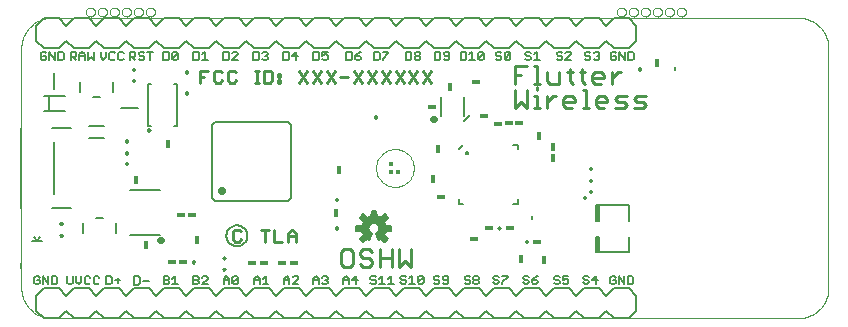
<source format=gto>
G75*
%MOIN*%
%OFA0B0*%
%FSLAX24Y24*%
%IPPOS*%
%LPD*%
%AMOC8*
5,1,8,0,0,1.08239X$1,22.5*
%
%ADD10C,0.0000*%
%ADD11R,0.0010X0.0010*%
%ADD12C,0.0110*%
%ADD13C,0.0050*%
%ADD14C,0.0100*%
%ADD15R,0.0280X0.0118*%
%ADD16R,0.0118X0.0280*%
%ADD17R,0.0100X0.0118*%
%ADD18C,0.0240*%
%ADD19C,0.0080*%
%ADD20C,0.0278*%
%ADD21C,0.0059*%
%ADD22R,0.0157X0.0157*%
D10*
X008945Y004015D02*
X008945Y012015D01*
X008947Y012075D01*
X008952Y012136D01*
X008961Y012195D01*
X008974Y012254D01*
X008990Y012313D01*
X009010Y012370D01*
X009033Y012425D01*
X009060Y012480D01*
X009089Y012532D01*
X009122Y012583D01*
X009158Y012632D01*
X009196Y012678D01*
X009238Y012722D01*
X009282Y012764D01*
X009328Y012802D01*
X009377Y012838D01*
X009428Y012871D01*
X009480Y012900D01*
X009535Y012927D01*
X009590Y012950D01*
X009647Y012970D01*
X009706Y012986D01*
X009765Y012999D01*
X009824Y013008D01*
X009885Y013013D01*
X009945Y013015D01*
X034845Y013015D01*
X034905Y013013D01*
X034966Y013008D01*
X035025Y012999D01*
X035084Y012986D01*
X035143Y012970D01*
X035200Y012950D01*
X035255Y012927D01*
X035310Y012900D01*
X035362Y012871D01*
X035413Y012838D01*
X035462Y012802D01*
X035508Y012764D01*
X035552Y012722D01*
X035594Y012678D01*
X035632Y012632D01*
X035668Y012583D01*
X035701Y012532D01*
X035730Y012480D01*
X035757Y012425D01*
X035780Y012370D01*
X035800Y012313D01*
X035816Y012254D01*
X035829Y012195D01*
X035838Y012136D01*
X035843Y012075D01*
X035845Y012015D01*
X035845Y004015D01*
X035843Y003955D01*
X035838Y003894D01*
X035829Y003835D01*
X035816Y003776D01*
X035800Y003717D01*
X035780Y003660D01*
X035757Y003605D01*
X035730Y003550D01*
X035701Y003498D01*
X035668Y003447D01*
X035632Y003398D01*
X035594Y003352D01*
X035552Y003308D01*
X035508Y003266D01*
X035462Y003228D01*
X035413Y003192D01*
X035362Y003159D01*
X035310Y003130D01*
X035255Y003103D01*
X035200Y003080D01*
X035143Y003060D01*
X035084Y003044D01*
X035025Y003031D01*
X034966Y003022D01*
X034905Y003017D01*
X034845Y003015D01*
X009945Y003015D01*
X009885Y003017D01*
X009824Y003022D01*
X009765Y003031D01*
X009706Y003044D01*
X009647Y003060D01*
X009590Y003080D01*
X009535Y003103D01*
X009480Y003130D01*
X009428Y003159D01*
X009377Y003192D01*
X009328Y003228D01*
X009282Y003266D01*
X009238Y003308D01*
X009196Y003352D01*
X009158Y003398D01*
X009122Y003447D01*
X009089Y003498D01*
X009060Y003550D01*
X009033Y003605D01*
X009010Y003660D01*
X008990Y003717D01*
X008974Y003776D01*
X008961Y003835D01*
X008952Y003894D01*
X008947Y003955D01*
X008945Y004015D01*
X020765Y008015D02*
X020767Y008065D01*
X020773Y008115D01*
X020783Y008164D01*
X020797Y008212D01*
X020814Y008259D01*
X020835Y008304D01*
X020860Y008348D01*
X020888Y008389D01*
X020920Y008428D01*
X020954Y008465D01*
X020991Y008499D01*
X021031Y008529D01*
X021073Y008556D01*
X021117Y008580D01*
X021163Y008601D01*
X021210Y008617D01*
X021258Y008630D01*
X021308Y008639D01*
X021357Y008644D01*
X021408Y008645D01*
X021458Y008642D01*
X021507Y008635D01*
X021556Y008624D01*
X021604Y008609D01*
X021650Y008591D01*
X021695Y008569D01*
X021738Y008543D01*
X021779Y008514D01*
X021818Y008482D01*
X021854Y008447D01*
X021886Y008409D01*
X021916Y008369D01*
X021943Y008326D01*
X021966Y008282D01*
X021985Y008236D01*
X022001Y008188D01*
X022013Y008139D01*
X022021Y008090D01*
X022025Y008040D01*
X022025Y007990D01*
X022021Y007940D01*
X022013Y007891D01*
X022001Y007842D01*
X021985Y007794D01*
X021966Y007748D01*
X021943Y007704D01*
X021916Y007661D01*
X021886Y007621D01*
X021854Y007583D01*
X021818Y007548D01*
X021779Y007516D01*
X021738Y007487D01*
X021695Y007461D01*
X021650Y007439D01*
X021604Y007421D01*
X021556Y007406D01*
X021507Y007395D01*
X021458Y007388D01*
X021408Y007385D01*
X021357Y007386D01*
X021308Y007391D01*
X021258Y007400D01*
X021210Y007413D01*
X021163Y007429D01*
X021117Y007450D01*
X021073Y007474D01*
X021031Y007501D01*
X020991Y007531D01*
X020954Y007565D01*
X020920Y007602D01*
X020888Y007641D01*
X020860Y007682D01*
X020835Y007726D01*
X020814Y007771D01*
X020797Y007818D01*
X020783Y007866D01*
X020773Y007915D01*
X020767Y007965D01*
X020765Y008015D01*
X013095Y013215D02*
X013097Y013239D01*
X013103Y013263D01*
X013112Y013285D01*
X013125Y013305D01*
X013141Y013323D01*
X013160Y013338D01*
X013181Y013351D01*
X013203Y013359D01*
X013227Y013364D01*
X013251Y013365D01*
X013275Y013362D01*
X013298Y013355D01*
X013320Y013345D01*
X013340Y013331D01*
X013357Y013314D01*
X013372Y013295D01*
X013383Y013274D01*
X013391Y013251D01*
X013395Y013227D01*
X013395Y013203D01*
X013391Y013179D01*
X013383Y013156D01*
X013372Y013135D01*
X013357Y013116D01*
X013340Y013099D01*
X013320Y013085D01*
X013298Y013075D01*
X013275Y013068D01*
X013251Y013065D01*
X013227Y013066D01*
X013203Y013071D01*
X013181Y013079D01*
X013160Y013092D01*
X013141Y013107D01*
X013125Y013125D01*
X013112Y013145D01*
X013103Y013167D01*
X013097Y013191D01*
X013095Y013215D01*
X012695Y013215D02*
X012697Y013239D01*
X012703Y013263D01*
X012712Y013285D01*
X012725Y013305D01*
X012741Y013323D01*
X012760Y013338D01*
X012781Y013351D01*
X012803Y013359D01*
X012827Y013364D01*
X012851Y013365D01*
X012875Y013362D01*
X012898Y013355D01*
X012920Y013345D01*
X012940Y013331D01*
X012957Y013314D01*
X012972Y013295D01*
X012983Y013274D01*
X012991Y013251D01*
X012995Y013227D01*
X012995Y013203D01*
X012991Y013179D01*
X012983Y013156D01*
X012972Y013135D01*
X012957Y013116D01*
X012940Y013099D01*
X012920Y013085D01*
X012898Y013075D01*
X012875Y013068D01*
X012851Y013065D01*
X012827Y013066D01*
X012803Y013071D01*
X012781Y013079D01*
X012760Y013092D01*
X012741Y013107D01*
X012725Y013125D01*
X012712Y013145D01*
X012703Y013167D01*
X012697Y013191D01*
X012695Y013215D01*
X012295Y013215D02*
X012297Y013239D01*
X012303Y013263D01*
X012312Y013285D01*
X012325Y013305D01*
X012341Y013323D01*
X012360Y013338D01*
X012381Y013351D01*
X012403Y013359D01*
X012427Y013364D01*
X012451Y013365D01*
X012475Y013362D01*
X012498Y013355D01*
X012520Y013345D01*
X012540Y013331D01*
X012557Y013314D01*
X012572Y013295D01*
X012583Y013274D01*
X012591Y013251D01*
X012595Y013227D01*
X012595Y013203D01*
X012591Y013179D01*
X012583Y013156D01*
X012572Y013135D01*
X012557Y013116D01*
X012540Y013099D01*
X012520Y013085D01*
X012498Y013075D01*
X012475Y013068D01*
X012451Y013065D01*
X012427Y013066D01*
X012403Y013071D01*
X012381Y013079D01*
X012360Y013092D01*
X012341Y013107D01*
X012325Y013125D01*
X012312Y013145D01*
X012303Y013167D01*
X012297Y013191D01*
X012295Y013215D01*
X011895Y013215D02*
X011897Y013239D01*
X011903Y013263D01*
X011912Y013285D01*
X011925Y013305D01*
X011941Y013323D01*
X011960Y013338D01*
X011981Y013351D01*
X012003Y013359D01*
X012027Y013364D01*
X012051Y013365D01*
X012075Y013362D01*
X012098Y013355D01*
X012120Y013345D01*
X012140Y013331D01*
X012157Y013314D01*
X012172Y013295D01*
X012183Y013274D01*
X012191Y013251D01*
X012195Y013227D01*
X012195Y013203D01*
X012191Y013179D01*
X012183Y013156D01*
X012172Y013135D01*
X012157Y013116D01*
X012140Y013099D01*
X012120Y013085D01*
X012098Y013075D01*
X012075Y013068D01*
X012051Y013065D01*
X012027Y013066D01*
X012003Y013071D01*
X011981Y013079D01*
X011960Y013092D01*
X011941Y013107D01*
X011925Y013125D01*
X011912Y013145D01*
X011903Y013167D01*
X011897Y013191D01*
X011895Y013215D01*
X011495Y013215D02*
X011497Y013239D01*
X011503Y013263D01*
X011512Y013285D01*
X011525Y013305D01*
X011541Y013323D01*
X011560Y013338D01*
X011581Y013351D01*
X011603Y013359D01*
X011627Y013364D01*
X011651Y013365D01*
X011675Y013362D01*
X011698Y013355D01*
X011720Y013345D01*
X011740Y013331D01*
X011757Y013314D01*
X011772Y013295D01*
X011783Y013274D01*
X011791Y013251D01*
X011795Y013227D01*
X011795Y013203D01*
X011791Y013179D01*
X011783Y013156D01*
X011772Y013135D01*
X011757Y013116D01*
X011740Y013099D01*
X011720Y013085D01*
X011698Y013075D01*
X011675Y013068D01*
X011651Y013065D01*
X011627Y013066D01*
X011603Y013071D01*
X011581Y013079D01*
X011560Y013092D01*
X011541Y013107D01*
X011525Y013125D01*
X011512Y013145D01*
X011503Y013167D01*
X011497Y013191D01*
X011495Y013215D01*
X011095Y013215D02*
X011097Y013239D01*
X011103Y013263D01*
X011112Y013285D01*
X011125Y013305D01*
X011141Y013323D01*
X011160Y013338D01*
X011181Y013351D01*
X011203Y013359D01*
X011227Y013364D01*
X011251Y013365D01*
X011275Y013362D01*
X011298Y013355D01*
X011320Y013345D01*
X011340Y013331D01*
X011357Y013314D01*
X011372Y013295D01*
X011383Y013274D01*
X011391Y013251D01*
X011395Y013227D01*
X011395Y013203D01*
X011391Y013179D01*
X011383Y013156D01*
X011372Y013135D01*
X011357Y013116D01*
X011340Y013099D01*
X011320Y013085D01*
X011298Y013075D01*
X011275Y013068D01*
X011251Y013065D01*
X011227Y013066D01*
X011203Y013071D01*
X011181Y013079D01*
X011160Y013092D01*
X011141Y013107D01*
X011125Y013125D01*
X011112Y013145D01*
X011103Y013167D01*
X011097Y013191D01*
X011095Y013215D01*
X028795Y013215D02*
X028797Y013239D01*
X028803Y013263D01*
X028812Y013285D01*
X028825Y013305D01*
X028841Y013323D01*
X028860Y013338D01*
X028881Y013351D01*
X028903Y013359D01*
X028927Y013364D01*
X028951Y013365D01*
X028975Y013362D01*
X028998Y013355D01*
X029020Y013345D01*
X029040Y013331D01*
X029057Y013314D01*
X029072Y013295D01*
X029083Y013274D01*
X029091Y013251D01*
X029095Y013227D01*
X029095Y013203D01*
X029091Y013179D01*
X029083Y013156D01*
X029072Y013135D01*
X029057Y013116D01*
X029040Y013099D01*
X029020Y013085D01*
X028998Y013075D01*
X028975Y013068D01*
X028951Y013065D01*
X028927Y013066D01*
X028903Y013071D01*
X028881Y013079D01*
X028860Y013092D01*
X028841Y013107D01*
X028825Y013125D01*
X028812Y013145D01*
X028803Y013167D01*
X028797Y013191D01*
X028795Y013215D01*
X029195Y013215D02*
X029197Y013239D01*
X029203Y013263D01*
X029212Y013285D01*
X029225Y013305D01*
X029241Y013323D01*
X029260Y013338D01*
X029281Y013351D01*
X029303Y013359D01*
X029327Y013364D01*
X029351Y013365D01*
X029375Y013362D01*
X029398Y013355D01*
X029420Y013345D01*
X029440Y013331D01*
X029457Y013314D01*
X029472Y013295D01*
X029483Y013274D01*
X029491Y013251D01*
X029495Y013227D01*
X029495Y013203D01*
X029491Y013179D01*
X029483Y013156D01*
X029472Y013135D01*
X029457Y013116D01*
X029440Y013099D01*
X029420Y013085D01*
X029398Y013075D01*
X029375Y013068D01*
X029351Y013065D01*
X029327Y013066D01*
X029303Y013071D01*
X029281Y013079D01*
X029260Y013092D01*
X029241Y013107D01*
X029225Y013125D01*
X029212Y013145D01*
X029203Y013167D01*
X029197Y013191D01*
X029195Y013215D01*
X029595Y013215D02*
X029597Y013239D01*
X029603Y013263D01*
X029612Y013285D01*
X029625Y013305D01*
X029641Y013323D01*
X029660Y013338D01*
X029681Y013351D01*
X029703Y013359D01*
X029727Y013364D01*
X029751Y013365D01*
X029775Y013362D01*
X029798Y013355D01*
X029820Y013345D01*
X029840Y013331D01*
X029857Y013314D01*
X029872Y013295D01*
X029883Y013274D01*
X029891Y013251D01*
X029895Y013227D01*
X029895Y013203D01*
X029891Y013179D01*
X029883Y013156D01*
X029872Y013135D01*
X029857Y013116D01*
X029840Y013099D01*
X029820Y013085D01*
X029798Y013075D01*
X029775Y013068D01*
X029751Y013065D01*
X029727Y013066D01*
X029703Y013071D01*
X029681Y013079D01*
X029660Y013092D01*
X029641Y013107D01*
X029625Y013125D01*
X029612Y013145D01*
X029603Y013167D01*
X029597Y013191D01*
X029595Y013215D01*
X029995Y013215D02*
X029997Y013239D01*
X030003Y013263D01*
X030012Y013285D01*
X030025Y013305D01*
X030041Y013323D01*
X030060Y013338D01*
X030081Y013351D01*
X030103Y013359D01*
X030127Y013364D01*
X030151Y013365D01*
X030175Y013362D01*
X030198Y013355D01*
X030220Y013345D01*
X030240Y013331D01*
X030257Y013314D01*
X030272Y013295D01*
X030283Y013274D01*
X030291Y013251D01*
X030295Y013227D01*
X030295Y013203D01*
X030291Y013179D01*
X030283Y013156D01*
X030272Y013135D01*
X030257Y013116D01*
X030240Y013099D01*
X030220Y013085D01*
X030198Y013075D01*
X030175Y013068D01*
X030151Y013065D01*
X030127Y013066D01*
X030103Y013071D01*
X030081Y013079D01*
X030060Y013092D01*
X030041Y013107D01*
X030025Y013125D01*
X030012Y013145D01*
X030003Y013167D01*
X029997Y013191D01*
X029995Y013215D01*
X030395Y013215D02*
X030397Y013239D01*
X030403Y013263D01*
X030412Y013285D01*
X030425Y013305D01*
X030441Y013323D01*
X030460Y013338D01*
X030481Y013351D01*
X030503Y013359D01*
X030527Y013364D01*
X030551Y013365D01*
X030575Y013362D01*
X030598Y013355D01*
X030620Y013345D01*
X030640Y013331D01*
X030657Y013314D01*
X030672Y013295D01*
X030683Y013274D01*
X030691Y013251D01*
X030695Y013227D01*
X030695Y013203D01*
X030691Y013179D01*
X030683Y013156D01*
X030672Y013135D01*
X030657Y013116D01*
X030640Y013099D01*
X030620Y013085D01*
X030598Y013075D01*
X030575Y013068D01*
X030551Y013065D01*
X030527Y013066D01*
X030503Y013071D01*
X030481Y013079D01*
X030460Y013092D01*
X030441Y013107D01*
X030425Y013125D01*
X030412Y013145D01*
X030403Y013167D01*
X030397Y013191D01*
X030395Y013215D01*
X030795Y013215D02*
X030797Y013239D01*
X030803Y013263D01*
X030812Y013285D01*
X030825Y013305D01*
X030841Y013323D01*
X030860Y013338D01*
X030881Y013351D01*
X030903Y013359D01*
X030927Y013364D01*
X030951Y013365D01*
X030975Y013362D01*
X030998Y013355D01*
X031020Y013345D01*
X031040Y013331D01*
X031057Y013314D01*
X031072Y013295D01*
X031083Y013274D01*
X031091Y013251D01*
X031095Y013227D01*
X031095Y013203D01*
X031091Y013179D01*
X031083Y013156D01*
X031072Y013135D01*
X031057Y013116D01*
X031040Y013099D01*
X031020Y013085D01*
X030998Y013075D01*
X030975Y013068D01*
X030951Y013065D01*
X030927Y013066D01*
X030903Y013071D01*
X030881Y013079D01*
X030860Y013092D01*
X030841Y013107D01*
X030825Y013125D01*
X030812Y013145D01*
X030803Y013167D01*
X030797Y013191D01*
X030795Y013215D01*
D11*
X008940Y004800D03*
X008940Y004790D03*
X008940Y004780D03*
X008940Y004770D03*
X008940Y004760D03*
X008940Y004750D03*
X008940Y004740D03*
X008940Y004730D03*
X008940Y004720D03*
X008940Y004710D03*
X008940Y004700D03*
X008940Y004690D03*
X008940Y004680D03*
X008940Y004670D03*
X008940Y004660D03*
X008940Y004650D03*
D12*
X019600Y004818D02*
X019698Y004720D01*
X019895Y004720D01*
X019993Y004818D01*
X019993Y005212D01*
X019895Y005311D01*
X019698Y005311D01*
X019600Y005212D01*
X019600Y004818D01*
X020244Y004818D02*
X020343Y004720D01*
X020540Y004720D01*
X020638Y004818D01*
X020638Y004917D01*
X020540Y005015D01*
X020343Y005015D01*
X020244Y005114D01*
X020244Y005212D01*
X020343Y005311D01*
X020540Y005311D01*
X020638Y005212D01*
X020889Y005311D02*
X020889Y004720D01*
X020889Y005015D02*
X021283Y005015D01*
X021283Y004720D02*
X021283Y005311D01*
X021533Y005311D02*
X021533Y004720D01*
X021730Y004917D01*
X021927Y004720D01*
X021927Y005311D01*
X025400Y010020D02*
X025597Y010217D01*
X025793Y010020D01*
X025793Y010611D01*
X026044Y010414D02*
X026143Y010414D01*
X026143Y010020D01*
X026241Y010020D02*
X026044Y010020D01*
X026474Y010020D02*
X026474Y010414D01*
X026671Y010414D02*
X026769Y010414D01*
X026671Y010414D02*
X026474Y010217D01*
X027011Y010217D02*
X027405Y010217D01*
X027405Y010315D01*
X027306Y010414D01*
X027110Y010414D01*
X027011Y010315D01*
X027011Y010118D01*
X027110Y010020D01*
X027306Y010020D01*
X027656Y010020D02*
X027853Y010020D01*
X027754Y010020D02*
X027754Y010611D01*
X027656Y010611D01*
X027745Y010820D02*
X027647Y010918D01*
X027647Y011312D01*
X027745Y011214D02*
X027548Y011214D01*
X027315Y011214D02*
X027119Y011214D01*
X027217Y011312D02*
X027217Y010918D01*
X027315Y010820D01*
X026868Y010820D02*
X026868Y011214D01*
X026474Y011214D02*
X026474Y010918D01*
X026572Y010820D01*
X026868Y010820D01*
X026241Y010820D02*
X026044Y010820D01*
X026143Y010820D02*
X026143Y011411D01*
X026044Y011411D01*
X025793Y011411D02*
X025400Y011411D01*
X025400Y010820D01*
X025400Y010611D02*
X025400Y010020D01*
X026143Y010611D02*
X026143Y010709D01*
X025597Y011115D02*
X025400Y011115D01*
X027978Y011115D02*
X027978Y010918D01*
X028076Y010820D01*
X028273Y010820D01*
X028372Y011017D02*
X027978Y011017D01*
X027978Y011115D02*
X028076Y011214D01*
X028273Y011214D01*
X028372Y011115D01*
X028372Y011017D01*
X028623Y011017D02*
X028819Y011214D01*
X028918Y011214D01*
X028623Y011214D02*
X028623Y010820D01*
X028828Y010414D02*
X029124Y010414D01*
X029025Y010217D02*
X028828Y010217D01*
X028730Y010315D01*
X028828Y010414D01*
X029025Y010217D02*
X029124Y010118D01*
X029025Y010020D01*
X028730Y010020D01*
X028479Y010217D02*
X028085Y010217D01*
X028085Y010315D02*
X028184Y010414D01*
X028381Y010414D01*
X028479Y010315D01*
X028479Y010217D01*
X028381Y010020D02*
X028184Y010020D01*
X028085Y010118D01*
X028085Y010315D01*
X029375Y010315D02*
X029473Y010414D01*
X029768Y010414D01*
X029670Y010217D02*
X029473Y010217D01*
X029375Y010315D01*
X029375Y010020D02*
X029670Y010020D01*
X029768Y010118D01*
X029670Y010217D01*
D13*
X029310Y011620D02*
X029355Y011665D01*
X029355Y011845D01*
X029310Y011890D01*
X029175Y011890D01*
X029175Y011620D01*
X029310Y011620D01*
X029061Y011620D02*
X029061Y011890D01*
X028881Y011890D02*
X029061Y011620D01*
X028881Y011620D02*
X028881Y011890D01*
X028766Y011845D02*
X028721Y011890D01*
X028631Y011890D01*
X028586Y011845D01*
X028586Y011665D01*
X028631Y011620D01*
X028721Y011620D01*
X028766Y011665D01*
X028766Y011755D01*
X028676Y011755D01*
X028209Y011790D02*
X028209Y011835D01*
X028164Y011880D01*
X028074Y011880D01*
X028029Y011835D01*
X027914Y011835D02*
X027869Y011880D01*
X027779Y011880D01*
X027734Y011835D01*
X027734Y011790D01*
X027779Y011745D01*
X027869Y011745D01*
X027914Y011700D01*
X027914Y011655D01*
X027869Y011610D01*
X027779Y011610D01*
X027734Y011655D01*
X028029Y011655D02*
X028074Y011610D01*
X028164Y011610D01*
X028209Y011655D01*
X028209Y011700D01*
X028164Y011745D01*
X028119Y011745D01*
X028164Y011745D02*
X028209Y011790D01*
X027261Y011800D02*
X027261Y011845D01*
X027216Y011890D01*
X027126Y011890D01*
X027081Y011845D01*
X026966Y011845D02*
X026921Y011890D01*
X026831Y011890D01*
X026786Y011845D01*
X026786Y011800D01*
X026831Y011755D01*
X026921Y011755D01*
X026966Y011710D01*
X026966Y011665D01*
X026921Y011620D01*
X026831Y011620D01*
X026786Y011665D01*
X027081Y011620D02*
X027261Y011800D01*
X027261Y011620D02*
X027081Y011620D01*
X026219Y011620D02*
X026039Y011620D01*
X026129Y011620D02*
X026129Y011890D01*
X026039Y011800D01*
X025925Y011845D02*
X025880Y011890D01*
X025789Y011890D01*
X025744Y011845D01*
X025744Y011800D01*
X025789Y011755D01*
X025880Y011755D01*
X025925Y011710D01*
X025925Y011665D01*
X025880Y011620D01*
X025789Y011620D01*
X025744Y011665D01*
X025229Y011658D02*
X025229Y011838D01*
X025049Y011658D01*
X025094Y011613D01*
X025184Y011613D01*
X025229Y011658D01*
X025049Y011658D02*
X025049Y011838D01*
X025094Y011883D01*
X025184Y011883D01*
X025229Y011838D01*
X024935Y011838D02*
X024890Y011883D01*
X024800Y011883D01*
X024755Y011838D01*
X024755Y011793D01*
X024800Y011748D01*
X024890Y011748D01*
X024935Y011703D01*
X024935Y011658D01*
X024890Y011613D01*
X024800Y011613D01*
X024755Y011658D01*
X024355Y011665D02*
X024355Y011845D01*
X024175Y011665D01*
X024220Y011620D01*
X024310Y011620D01*
X024355Y011665D01*
X024175Y011665D02*
X024175Y011845D01*
X024220Y011890D01*
X024310Y011890D01*
X024355Y011845D01*
X024061Y011620D02*
X023881Y011620D01*
X023971Y011620D02*
X023971Y011890D01*
X023881Y011800D01*
X023766Y011845D02*
X023766Y011665D01*
X023721Y011620D01*
X023586Y011620D01*
X023586Y011890D01*
X023721Y011890D01*
X023766Y011845D01*
X023209Y011845D02*
X023209Y011665D01*
X023164Y011620D01*
X023074Y011620D01*
X023029Y011665D01*
X023074Y011755D02*
X023209Y011755D01*
X023209Y011845D02*
X023164Y011890D01*
X023074Y011890D01*
X023029Y011845D01*
X023029Y011800D01*
X023074Y011755D01*
X022914Y011665D02*
X022914Y011845D01*
X022869Y011890D01*
X022734Y011890D01*
X022734Y011620D01*
X022869Y011620D01*
X022914Y011665D01*
X022239Y011665D02*
X022194Y011620D01*
X022104Y011620D01*
X022059Y011665D01*
X022059Y011710D01*
X022104Y011755D01*
X022194Y011755D01*
X022239Y011710D01*
X022239Y011665D01*
X022194Y011755D02*
X022239Y011800D01*
X022239Y011845D01*
X022194Y011890D01*
X022104Y011890D01*
X022059Y011845D01*
X022059Y011800D01*
X022104Y011755D01*
X021944Y011665D02*
X021944Y011845D01*
X021899Y011890D01*
X021764Y011890D01*
X021764Y011620D01*
X021899Y011620D01*
X021944Y011665D01*
X021176Y011845D02*
X020996Y011665D01*
X020996Y011620D01*
X020882Y011665D02*
X020882Y011845D01*
X020837Y011890D01*
X020701Y011890D01*
X020701Y011620D01*
X020837Y011620D01*
X020882Y011665D01*
X020996Y011890D02*
X021176Y011890D01*
X021176Y011845D01*
X020255Y011890D02*
X020165Y011845D01*
X020075Y011755D01*
X020210Y011755D01*
X020255Y011710D01*
X020255Y011665D01*
X020210Y011620D01*
X020120Y011620D01*
X020075Y011665D01*
X020075Y011755D01*
X019961Y011665D02*
X019961Y011845D01*
X019916Y011890D01*
X019781Y011890D01*
X019781Y011620D01*
X019916Y011620D01*
X019961Y011665D01*
X019155Y011665D02*
X019110Y011620D01*
X019020Y011620D01*
X018975Y011665D01*
X018975Y011755D02*
X019065Y011800D01*
X019110Y011800D01*
X019155Y011755D01*
X019155Y011665D01*
X018975Y011755D02*
X018975Y011890D01*
X019155Y011890D01*
X018861Y011845D02*
X018816Y011890D01*
X018681Y011890D01*
X018681Y011620D01*
X018816Y011620D01*
X018861Y011665D01*
X018861Y011845D01*
X018155Y011755D02*
X017975Y011755D01*
X018110Y011890D01*
X018110Y011620D01*
X017861Y011665D02*
X017861Y011845D01*
X017816Y011890D01*
X017681Y011890D01*
X017681Y011620D01*
X017816Y011620D01*
X017861Y011665D01*
X017155Y011665D02*
X017110Y011620D01*
X017020Y011620D01*
X016975Y011665D01*
X016861Y011665D02*
X016861Y011845D01*
X016816Y011890D01*
X016681Y011890D01*
X016681Y011620D01*
X016816Y011620D01*
X016861Y011665D01*
X016975Y011845D02*
X017020Y011890D01*
X017110Y011890D01*
X017155Y011845D01*
X017155Y011800D01*
X017110Y011755D01*
X017155Y011710D01*
X017155Y011665D01*
X017110Y011755D02*
X017065Y011755D01*
X016155Y011800D02*
X016155Y011845D01*
X016110Y011890D01*
X016020Y011890D01*
X015975Y011845D01*
X015861Y011845D02*
X015861Y011665D01*
X015816Y011620D01*
X015681Y011620D01*
X015681Y011890D01*
X015816Y011890D01*
X015861Y011845D01*
X015975Y011620D02*
X016155Y011800D01*
X016155Y011620D02*
X015975Y011620D01*
X015155Y011620D02*
X014975Y011620D01*
X015065Y011620D02*
X015065Y011890D01*
X014975Y011800D01*
X014861Y011845D02*
X014861Y011665D01*
X014816Y011620D01*
X014681Y011620D01*
X014681Y011890D01*
X014816Y011890D01*
X014861Y011845D01*
X014155Y011845D02*
X013975Y011665D01*
X014020Y011620D01*
X014110Y011620D01*
X014155Y011665D01*
X014155Y011845D01*
X014110Y011890D01*
X014020Y011890D01*
X013975Y011845D01*
X013975Y011665D01*
X013861Y011665D02*
X013861Y011845D01*
X013816Y011890D01*
X013681Y011890D01*
X013681Y011620D01*
X013816Y011620D01*
X013861Y011665D01*
X013323Y011890D02*
X013143Y011890D01*
X013233Y011890D02*
X013233Y011620D01*
X013028Y011665D02*
X012983Y011620D01*
X012893Y011620D01*
X012848Y011665D01*
X012893Y011755D02*
X012983Y011755D01*
X013028Y011710D01*
X013028Y011665D01*
X012893Y011755D02*
X012848Y011800D01*
X012848Y011845D01*
X012893Y011890D01*
X012983Y011890D01*
X013028Y011845D01*
X012734Y011845D02*
X012734Y011755D01*
X012688Y011710D01*
X012553Y011710D01*
X012553Y011620D02*
X012553Y011890D01*
X012688Y011890D01*
X012734Y011845D01*
X012643Y011710D02*
X012734Y011620D01*
X012355Y011665D02*
X012310Y011620D01*
X012220Y011620D01*
X012175Y011665D01*
X012175Y011845D01*
X012220Y011890D01*
X012310Y011890D01*
X012355Y011845D01*
X012061Y011845D02*
X012016Y011890D01*
X011926Y011890D01*
X011881Y011845D01*
X011881Y011665D01*
X011926Y011620D01*
X012016Y011620D01*
X012061Y011665D01*
X011766Y011710D02*
X011766Y011890D01*
X011766Y011710D02*
X011676Y011620D01*
X011586Y011710D01*
X011586Y011890D01*
X011355Y011890D02*
X011355Y011620D01*
X011265Y011710D01*
X011175Y011620D01*
X011175Y011890D01*
X011061Y011800D02*
X011061Y011620D01*
X011061Y011755D02*
X010881Y011755D01*
X010881Y011800D02*
X010971Y011890D01*
X011061Y011800D01*
X010881Y011800D02*
X010881Y011620D01*
X010766Y011620D02*
X010676Y011710D01*
X010721Y011710D02*
X010586Y011710D01*
X010586Y011620D02*
X010586Y011890D01*
X010721Y011890D01*
X010766Y011845D01*
X010766Y011755D01*
X010721Y011710D01*
X010355Y011665D02*
X010355Y011845D01*
X010310Y011890D01*
X010175Y011890D01*
X010175Y011620D01*
X010310Y011620D01*
X010355Y011665D01*
X010061Y011620D02*
X010061Y011890D01*
X009881Y011890D02*
X009881Y011620D01*
X009766Y011665D02*
X009766Y011755D01*
X009676Y011755D01*
X009766Y011665D02*
X009721Y011620D01*
X009631Y011620D01*
X009586Y011665D01*
X009586Y011845D01*
X009631Y011890D01*
X009721Y011890D01*
X009766Y011845D01*
X009881Y011890D02*
X010061Y011620D01*
X010045Y011191D02*
X010045Y010639D01*
X012269Y010015D02*
X012820Y010015D01*
X013153Y009426D02*
X013251Y009426D01*
X013153Y009426D02*
X013153Y010804D01*
X013251Y010804D01*
X014039Y010804D02*
X014137Y010804D01*
X014137Y009426D01*
X014039Y009426D01*
X013153Y009278D02*
X013155Y009291D01*
X013160Y009303D01*
X013169Y009314D01*
X013179Y009322D01*
X013192Y009326D01*
X013205Y009327D01*
X013218Y009324D01*
X013230Y009318D01*
X013240Y009309D01*
X013247Y009298D01*
X013251Y009285D01*
X013251Y009271D01*
X013247Y009258D01*
X013240Y009247D01*
X013230Y009238D01*
X013218Y009232D01*
X013205Y009229D01*
X013192Y009230D01*
X013179Y009234D01*
X013169Y009242D01*
X013160Y009253D01*
X013155Y009265D01*
X013153Y009278D01*
X011695Y009415D02*
X011195Y009415D01*
X011195Y009015D02*
X011695Y009015D01*
X012558Y007280D02*
X013558Y007280D01*
X013558Y005780D02*
X012558Y005780D01*
X012712Y004400D02*
X012847Y004400D01*
X012892Y004355D01*
X012892Y004175D01*
X012847Y004130D01*
X012712Y004130D01*
X012712Y004400D01*
X013006Y004265D02*
X013186Y004265D01*
X013685Y004275D02*
X013820Y004275D01*
X013865Y004230D01*
X013865Y004185D01*
X013820Y004140D01*
X013685Y004140D01*
X013685Y004410D01*
X013820Y004410D01*
X013865Y004365D01*
X013865Y004320D01*
X013820Y004275D01*
X013980Y004320D02*
X014070Y004410D01*
X014070Y004140D01*
X013980Y004140D02*
X014160Y004140D01*
X014675Y004140D02*
X014675Y004410D01*
X014810Y004410D01*
X014855Y004365D01*
X014855Y004320D01*
X014810Y004275D01*
X014675Y004275D01*
X014810Y004275D02*
X014855Y004230D01*
X014855Y004185D01*
X014810Y004140D01*
X014675Y004140D01*
X014969Y004140D02*
X015149Y004320D01*
X015149Y004365D01*
X015104Y004410D01*
X015014Y004410D01*
X014969Y004365D01*
X014969Y004140D02*
X015149Y004140D01*
X015685Y004140D02*
X015685Y004320D01*
X015775Y004410D01*
X015865Y004320D01*
X015865Y004140D01*
X015980Y004185D02*
X016160Y004365D01*
X016160Y004185D01*
X016115Y004140D01*
X016025Y004140D01*
X015980Y004185D01*
X015980Y004365D01*
X016025Y004410D01*
X016115Y004410D01*
X016160Y004365D01*
X015865Y004275D02*
X015685Y004275D01*
X016706Y004275D02*
X016886Y004275D01*
X016886Y004320D02*
X016886Y004140D01*
X017001Y004140D02*
X017181Y004140D01*
X017091Y004140D02*
X017091Y004410D01*
X017001Y004320D01*
X016886Y004320D02*
X016796Y004410D01*
X016706Y004320D01*
X016706Y004140D01*
X017695Y004150D02*
X017695Y004331D01*
X017786Y004421D01*
X017876Y004331D01*
X017876Y004150D01*
X017990Y004150D02*
X018170Y004331D01*
X018170Y004376D01*
X018125Y004421D01*
X018035Y004421D01*
X017990Y004376D01*
X017876Y004286D02*
X017695Y004286D01*
X017990Y004150D02*
X018170Y004150D01*
X018675Y004140D02*
X018675Y004320D01*
X018765Y004410D01*
X018855Y004320D01*
X018855Y004140D01*
X018969Y004185D02*
X019014Y004140D01*
X019104Y004140D01*
X019149Y004185D01*
X019149Y004230D01*
X019104Y004275D01*
X019059Y004275D01*
X019104Y004275D02*
X019149Y004320D01*
X019149Y004365D01*
X019104Y004410D01*
X019014Y004410D01*
X018969Y004365D01*
X018855Y004275D02*
X018675Y004275D01*
X019675Y004275D02*
X019855Y004275D01*
X019855Y004320D02*
X019855Y004140D01*
X019969Y004275D02*
X020149Y004275D01*
X020104Y004140D02*
X020104Y004410D01*
X019969Y004275D01*
X019855Y004320D02*
X019765Y004410D01*
X019675Y004320D01*
X019675Y004140D01*
X020580Y004189D02*
X020625Y004143D01*
X020715Y004143D01*
X020760Y004189D01*
X020760Y004234D01*
X020715Y004279D01*
X020625Y004279D01*
X020580Y004324D01*
X020580Y004369D01*
X020625Y004414D01*
X020715Y004414D01*
X020760Y004369D01*
X020875Y004324D02*
X020965Y004414D01*
X020965Y004143D01*
X020875Y004143D02*
X021055Y004143D01*
X021169Y004143D02*
X021350Y004143D01*
X021260Y004143D02*
X021260Y004414D01*
X021169Y004324D01*
X021580Y004338D02*
X021625Y004293D01*
X021715Y004293D01*
X021760Y004248D01*
X021760Y004202D01*
X021715Y004157D01*
X021625Y004157D01*
X021580Y004202D01*
X021580Y004338D02*
X021580Y004383D01*
X021625Y004428D01*
X021715Y004428D01*
X021760Y004383D01*
X021875Y004338D02*
X021965Y004428D01*
X021965Y004157D01*
X021875Y004157D02*
X022055Y004157D01*
X022169Y004202D02*
X022214Y004157D01*
X022305Y004157D01*
X022350Y004202D01*
X022350Y004383D01*
X022169Y004202D01*
X022169Y004383D01*
X022214Y004428D01*
X022305Y004428D01*
X022350Y004383D01*
X022695Y004376D02*
X022695Y004331D01*
X022740Y004286D01*
X022831Y004286D01*
X022876Y004241D01*
X022876Y004196D01*
X022831Y004150D01*
X022740Y004150D01*
X022695Y004196D01*
X022695Y004376D02*
X022740Y004421D01*
X022831Y004421D01*
X022876Y004376D01*
X022990Y004376D02*
X022990Y004331D01*
X023035Y004286D01*
X023170Y004286D01*
X023170Y004376D02*
X023125Y004421D01*
X023035Y004421D01*
X022990Y004376D01*
X023170Y004376D02*
X023170Y004196D01*
X023125Y004150D01*
X023035Y004150D01*
X022990Y004196D01*
X023716Y004196D02*
X023761Y004150D01*
X023852Y004150D01*
X023897Y004196D01*
X023897Y004241D01*
X023852Y004286D01*
X023761Y004286D01*
X023716Y004331D01*
X023716Y004376D01*
X023761Y004421D01*
X023852Y004421D01*
X023897Y004376D01*
X024011Y004376D02*
X024011Y004331D01*
X024056Y004286D01*
X024146Y004286D01*
X024191Y004241D01*
X024191Y004196D01*
X024146Y004150D01*
X024056Y004150D01*
X024011Y004196D01*
X024011Y004241D01*
X024056Y004286D01*
X024146Y004286D02*
X024191Y004331D01*
X024191Y004376D01*
X024146Y004421D01*
X024056Y004421D01*
X024011Y004376D01*
X024675Y004386D02*
X024675Y004341D01*
X024720Y004296D01*
X024810Y004296D01*
X024855Y004251D01*
X024855Y004206D01*
X024810Y004161D01*
X024720Y004161D01*
X024675Y004206D01*
X024675Y004386D02*
X024720Y004431D01*
X024810Y004431D01*
X024855Y004386D01*
X024969Y004431D02*
X025149Y004431D01*
X025149Y004386D01*
X024969Y004206D01*
X024969Y004161D01*
X025675Y004206D02*
X025720Y004161D01*
X025810Y004161D01*
X025855Y004206D01*
X025855Y004251D01*
X025810Y004296D01*
X025720Y004296D01*
X025675Y004341D01*
X025675Y004386D01*
X025720Y004431D01*
X025810Y004431D01*
X025855Y004386D01*
X025969Y004296D02*
X026104Y004296D01*
X026149Y004251D01*
X026149Y004206D01*
X026104Y004161D01*
X026014Y004161D01*
X025969Y004206D01*
X025969Y004296D01*
X026059Y004386D01*
X026149Y004431D01*
X026706Y004376D02*
X026706Y004331D01*
X026751Y004286D01*
X026841Y004286D01*
X026886Y004241D01*
X026886Y004196D01*
X026841Y004150D01*
X026751Y004150D01*
X026706Y004196D01*
X026706Y004376D02*
X026751Y004421D01*
X026841Y004421D01*
X026886Y004376D01*
X027001Y004421D02*
X027001Y004286D01*
X027091Y004331D01*
X027136Y004331D01*
X027181Y004286D01*
X027181Y004196D01*
X027136Y004150D01*
X027046Y004150D01*
X027001Y004196D01*
X027001Y004421D02*
X027181Y004421D01*
X027675Y004386D02*
X027675Y004341D01*
X027720Y004296D01*
X027810Y004296D01*
X027855Y004251D01*
X027855Y004206D01*
X027810Y004161D01*
X027720Y004161D01*
X027675Y004206D01*
X027675Y004386D02*
X027720Y004431D01*
X027810Y004431D01*
X027855Y004386D01*
X027969Y004296D02*
X028149Y004296D01*
X028104Y004161D02*
X028104Y004431D01*
X027969Y004296D01*
X028570Y004365D02*
X028570Y004185D01*
X028615Y004140D01*
X028705Y004140D01*
X028750Y004185D01*
X028750Y004275D01*
X028660Y004275D01*
X028750Y004365D02*
X028705Y004410D01*
X028615Y004410D01*
X028570Y004365D01*
X028864Y004410D02*
X029045Y004140D01*
X029045Y004410D01*
X029159Y004410D02*
X029159Y004140D01*
X029294Y004140D01*
X029339Y004185D01*
X029339Y004365D01*
X029294Y004410D01*
X029159Y004410D01*
X028864Y004410D02*
X028864Y004140D01*
X029212Y005202D02*
X028189Y005202D01*
X028110Y005202D01*
X028110Y005714D01*
X028189Y005714D01*
X028189Y005202D01*
X028149Y005202D02*
X028149Y005714D01*
X028149Y006265D02*
X028149Y006777D01*
X028110Y006777D02*
X028189Y006777D01*
X028189Y006265D01*
X028110Y006265D01*
X028110Y006777D01*
X028189Y006777D02*
X029212Y006777D01*
X029212Y006265D01*
X029212Y005714D02*
X029212Y005202D01*
X025489Y006821D02*
X025489Y006978D01*
X025489Y006821D02*
X025332Y006821D01*
X023678Y006821D02*
X023521Y006821D01*
X023521Y006978D01*
X023757Y008514D02*
X023759Y008526D01*
X023764Y008537D01*
X023773Y008546D01*
X023784Y008551D01*
X023796Y008553D01*
X023808Y008551D01*
X023819Y008546D01*
X023828Y008537D01*
X023833Y008526D01*
X023835Y008514D01*
X023833Y008502D01*
X023828Y008491D01*
X023819Y008482D01*
X023808Y008477D01*
X023796Y008475D01*
X023784Y008477D01*
X023773Y008482D01*
X023764Y008491D01*
X023759Y008502D01*
X023757Y008514D01*
X023521Y008632D02*
X023678Y008789D01*
X023709Y009573D02*
X023905Y009770D01*
X023709Y009750D02*
X023709Y010380D01*
X022921Y010380D02*
X022921Y009750D01*
X025332Y008789D02*
X025489Y008789D01*
X025489Y008632D01*
X015775Y005755D02*
X015777Y005792D01*
X015783Y005829D01*
X015793Y005865D01*
X015806Y005900D01*
X015823Y005933D01*
X015844Y005964D01*
X015868Y005992D01*
X015895Y006018D01*
X015924Y006041D01*
X015955Y006061D01*
X015989Y006077D01*
X016024Y006090D01*
X016060Y006099D01*
X016097Y006104D01*
X016134Y006105D01*
X016171Y006102D01*
X016208Y006095D01*
X016244Y006084D01*
X016278Y006070D01*
X016311Y006052D01*
X016341Y006030D01*
X016369Y006006D01*
X016394Y005978D01*
X016417Y005948D01*
X016436Y005916D01*
X016451Y005882D01*
X016463Y005847D01*
X016471Y005811D01*
X016475Y005774D01*
X016475Y005736D01*
X016471Y005699D01*
X016463Y005663D01*
X016451Y005628D01*
X016436Y005594D01*
X016417Y005562D01*
X016394Y005532D01*
X016369Y005504D01*
X016341Y005480D01*
X016311Y005458D01*
X016278Y005440D01*
X016244Y005426D01*
X016208Y005415D01*
X016171Y005408D01*
X016134Y005405D01*
X016097Y005406D01*
X016060Y005411D01*
X016024Y005420D01*
X015989Y005433D01*
X015955Y005449D01*
X015924Y005469D01*
X015895Y005492D01*
X015868Y005518D01*
X015844Y005546D01*
X015823Y005577D01*
X015806Y005610D01*
X015793Y005645D01*
X015783Y005681D01*
X015777Y005718D01*
X015775Y005755D01*
X012245Y004275D02*
X012064Y004275D01*
X012155Y004365D02*
X012155Y004185D01*
X011950Y004185D02*
X011950Y004365D01*
X011905Y004410D01*
X011770Y004410D01*
X011770Y004140D01*
X011905Y004140D01*
X011950Y004185D01*
X011534Y004185D02*
X011489Y004140D01*
X011399Y004140D01*
X011354Y004185D01*
X011354Y004365D01*
X011399Y004410D01*
X011489Y004410D01*
X011534Y004365D01*
X011239Y004365D02*
X011194Y004410D01*
X011104Y004410D01*
X011059Y004365D01*
X011059Y004185D01*
X011104Y004140D01*
X011194Y004140D01*
X011239Y004185D01*
X010945Y004230D02*
X010945Y004410D01*
X010945Y004230D02*
X010855Y004140D01*
X010764Y004230D01*
X010764Y004410D01*
X010650Y004410D02*
X010650Y004185D01*
X010605Y004140D01*
X010515Y004140D01*
X010470Y004185D01*
X010470Y004410D01*
X010139Y004365D02*
X010139Y004185D01*
X010094Y004140D01*
X009959Y004140D01*
X009959Y004410D01*
X010094Y004410D01*
X010139Y004365D01*
X009845Y004410D02*
X009845Y004140D01*
X009664Y004410D01*
X009664Y004140D01*
X009550Y004185D02*
X009550Y004275D01*
X009460Y004275D01*
X009550Y004185D02*
X009505Y004140D01*
X009415Y004140D01*
X009370Y004185D01*
X009370Y004365D01*
X009415Y004410D01*
X009505Y004410D01*
X009550Y004365D01*
D14*
X010246Y005767D02*
X010248Y005775D01*
X010253Y005782D01*
X010260Y005786D01*
X010268Y005787D01*
X010276Y005784D01*
X010282Y005779D01*
X010286Y005771D01*
X010286Y005763D01*
X010282Y005755D01*
X010276Y005750D01*
X010268Y005747D01*
X010260Y005748D01*
X010253Y005752D01*
X010248Y005759D01*
X010246Y005767D01*
X010244Y006166D02*
X010246Y006174D01*
X010251Y006181D01*
X010258Y006185D01*
X010266Y006186D01*
X010274Y006183D01*
X010280Y006178D01*
X010284Y006170D01*
X010284Y006162D01*
X010280Y006154D01*
X010274Y006149D01*
X010266Y006146D01*
X010258Y006147D01*
X010251Y006151D01*
X010246Y006158D01*
X010244Y006166D01*
X012425Y008165D02*
X012427Y008173D01*
X012432Y008180D01*
X012439Y008184D01*
X012447Y008185D01*
X012455Y008182D01*
X012461Y008177D01*
X012465Y008169D01*
X012465Y008161D01*
X012461Y008153D01*
X012455Y008148D01*
X012447Y008145D01*
X012439Y008146D01*
X012432Y008150D01*
X012427Y008157D01*
X012425Y008165D01*
X012425Y008515D02*
X012427Y008523D01*
X012432Y008530D01*
X012439Y008534D01*
X012447Y008535D01*
X012455Y008532D01*
X012461Y008527D01*
X012465Y008519D01*
X012465Y008511D01*
X012461Y008503D01*
X012455Y008498D01*
X012447Y008495D01*
X012439Y008496D01*
X012432Y008500D01*
X012427Y008507D01*
X012425Y008515D01*
X012425Y008915D02*
X012427Y008923D01*
X012432Y008930D01*
X012439Y008934D01*
X012447Y008935D01*
X012455Y008932D01*
X012461Y008927D01*
X012465Y008919D01*
X012465Y008911D01*
X012461Y008903D01*
X012455Y008898D01*
X012447Y008895D01*
X012439Y008896D01*
X012432Y008900D01*
X012427Y008907D01*
X012425Y008915D01*
X014425Y010515D02*
X014427Y010523D01*
X014432Y010530D01*
X014439Y010534D01*
X014447Y010535D01*
X014455Y010532D01*
X014461Y010527D01*
X014465Y010519D01*
X014465Y010511D01*
X014461Y010503D01*
X014455Y010498D01*
X014447Y010495D01*
X014439Y010496D01*
X014432Y010500D01*
X014427Y010507D01*
X014425Y010515D01*
X014895Y010865D02*
X014895Y011265D01*
X015162Y011265D01*
X015355Y011199D02*
X015355Y010932D01*
X015422Y010865D01*
X015555Y010865D01*
X015622Y010932D01*
X015816Y010932D02*
X015882Y010865D01*
X016016Y010865D01*
X016082Y010932D01*
X015816Y010932D02*
X015816Y011199D01*
X015882Y011265D01*
X016016Y011265D01*
X016082Y011199D01*
X015622Y011199D02*
X015555Y011265D01*
X015422Y011265D01*
X015355Y011199D01*
X015028Y011065D02*
X014895Y011065D01*
X014425Y011215D02*
X014427Y011223D01*
X014432Y011230D01*
X014439Y011234D01*
X014447Y011235D01*
X014455Y011232D01*
X014461Y011227D01*
X014465Y011219D01*
X014465Y011211D01*
X014461Y011203D01*
X014455Y011198D01*
X014447Y011195D01*
X014439Y011196D01*
X014432Y011200D01*
X014427Y011207D01*
X014425Y011215D01*
X012665Y011288D02*
X012667Y011296D01*
X012672Y011303D01*
X012679Y011307D01*
X012687Y011308D01*
X012695Y011305D01*
X012701Y011300D01*
X012705Y011292D01*
X012705Y011284D01*
X012701Y011276D01*
X012695Y011271D01*
X012687Y011268D01*
X012679Y011269D01*
X012672Y011273D01*
X012667Y011280D01*
X012665Y011288D01*
X012665Y010940D02*
X012667Y010948D01*
X012672Y010955D01*
X012679Y010959D01*
X012687Y010960D01*
X012695Y010957D01*
X012701Y010952D01*
X012705Y010944D01*
X012705Y010936D01*
X012701Y010928D01*
X012695Y010923D01*
X012687Y010920D01*
X012679Y010921D01*
X012672Y010925D01*
X012667Y010932D01*
X012665Y010940D01*
X016736Y010865D02*
X016870Y010865D01*
X016803Y010865D02*
X016803Y011265D01*
X016736Y011265D02*
X016870Y011265D01*
X017043Y011265D02*
X017243Y011265D01*
X017310Y011199D01*
X017310Y010932D01*
X017243Y010865D01*
X017043Y010865D01*
X017043Y011265D01*
X017504Y011132D02*
X017504Y011065D01*
X017570Y011065D01*
X017570Y011132D01*
X017504Y011132D01*
X017504Y010932D02*
X017504Y010865D01*
X017570Y010865D01*
X017570Y010932D01*
X017504Y010932D01*
X018194Y010865D02*
X018461Y011265D01*
X018655Y011265D02*
X018922Y010865D01*
X019115Y010865D02*
X019382Y011265D01*
X019115Y011265D02*
X019382Y010865D01*
X019575Y011065D02*
X019842Y011065D01*
X020036Y010865D02*
X020303Y011265D01*
X020496Y011265D02*
X020763Y010865D01*
X020957Y010865D02*
X021224Y011265D01*
X021417Y011265D02*
X021684Y010865D01*
X021877Y010865D02*
X022144Y011265D01*
X022338Y011265D02*
X022605Y010865D01*
X022338Y010865D02*
X022605Y011265D01*
X022144Y010865D02*
X021877Y011265D01*
X021684Y011265D02*
X021417Y010865D01*
X021224Y010865D02*
X020957Y011265D01*
X020763Y011265D02*
X020496Y010865D01*
X020303Y010865D02*
X020036Y011265D01*
X018922Y011265D02*
X018655Y010865D01*
X018461Y010865D02*
X018194Y011265D01*
X020725Y009715D02*
X020727Y009723D01*
X020732Y009730D01*
X020739Y009734D01*
X020747Y009735D01*
X020755Y009732D01*
X020761Y009727D01*
X020765Y009719D01*
X020765Y009711D01*
X020761Y009703D01*
X020755Y009698D01*
X020747Y009695D01*
X020739Y009696D01*
X020732Y009700D01*
X020727Y009707D01*
X020725Y009715D01*
X019425Y006965D02*
X019427Y006973D01*
X019432Y006980D01*
X019439Y006984D01*
X019447Y006985D01*
X019455Y006982D01*
X019461Y006977D01*
X019465Y006969D01*
X019465Y006961D01*
X019461Y006953D01*
X019455Y006948D01*
X019447Y006945D01*
X019439Y006946D01*
X019432Y006950D01*
X019427Y006957D01*
X019425Y006965D01*
X019425Y006015D02*
X019427Y006023D01*
X019432Y006030D01*
X019439Y006034D01*
X019447Y006035D01*
X019455Y006032D01*
X019461Y006027D01*
X019465Y006019D01*
X019465Y006011D01*
X019461Y006003D01*
X019455Y005998D01*
X019447Y005995D01*
X019439Y005996D01*
X019432Y006000D01*
X019427Y006007D01*
X019425Y006015D01*
X018103Y005832D02*
X018103Y005565D01*
X018103Y005765D02*
X017836Y005765D01*
X017836Y005832D02*
X017970Y005965D01*
X018103Y005832D01*
X017836Y005832D02*
X017836Y005565D01*
X017643Y005565D02*
X017376Y005565D01*
X017376Y005965D01*
X017182Y005965D02*
X016916Y005965D01*
X017049Y005965D02*
X017049Y005565D01*
X016262Y005632D02*
X016195Y005565D01*
X016062Y005565D01*
X015995Y005632D01*
X015995Y005899D01*
X016062Y005965D01*
X016195Y005965D01*
X016262Y005899D01*
X015675Y005015D02*
X015677Y005023D01*
X015682Y005030D01*
X015689Y005034D01*
X015697Y005035D01*
X015705Y005032D01*
X015711Y005027D01*
X015715Y005019D01*
X015715Y005011D01*
X015711Y005003D01*
X015705Y004998D01*
X015697Y004995D01*
X015689Y004996D01*
X015682Y005000D01*
X015677Y005007D01*
X015675Y005015D01*
X015675Y004645D02*
X015677Y004653D01*
X015682Y004660D01*
X015689Y004664D01*
X015697Y004665D01*
X015705Y004662D01*
X015711Y004657D01*
X015715Y004649D01*
X015715Y004641D01*
X015711Y004633D01*
X015705Y004628D01*
X015697Y004625D01*
X015689Y004626D01*
X015682Y004630D01*
X015677Y004637D01*
X015675Y004645D01*
X014656Y004885D02*
X014658Y004893D01*
X014663Y004900D01*
X014670Y004904D01*
X014678Y004905D01*
X014686Y004902D01*
X014692Y004897D01*
X014696Y004889D01*
X014696Y004881D01*
X014692Y004873D01*
X014686Y004868D01*
X014678Y004865D01*
X014670Y004866D01*
X014663Y004870D01*
X014658Y004877D01*
X014656Y004885D01*
X024845Y006015D02*
X024847Y006023D01*
X024852Y006030D01*
X024859Y006034D01*
X024867Y006035D01*
X024875Y006032D01*
X024881Y006027D01*
X024885Y006019D01*
X024885Y006011D01*
X024881Y006003D01*
X024875Y005998D01*
X024867Y005995D01*
X024859Y005996D01*
X024852Y006000D01*
X024847Y006007D01*
X024845Y006015D01*
X025765Y005565D02*
X025767Y005573D01*
X025772Y005580D01*
X025779Y005584D01*
X025787Y005585D01*
X025795Y005582D01*
X025801Y005577D01*
X025805Y005569D01*
X025805Y005561D01*
X025801Y005553D01*
X025795Y005548D01*
X025787Y005545D01*
X025779Y005546D01*
X025772Y005550D01*
X025767Y005557D01*
X025765Y005565D01*
X027687Y007025D02*
X027689Y007033D01*
X027694Y007040D01*
X027701Y007044D01*
X027709Y007045D01*
X027717Y007042D01*
X027723Y007037D01*
X027727Y007029D01*
X027727Y007021D01*
X027723Y007013D01*
X027717Y007008D01*
X027709Y007005D01*
X027701Y007006D01*
X027694Y007010D01*
X027689Y007017D01*
X027687Y007025D01*
X027885Y007222D02*
X027887Y007230D01*
X027892Y007237D01*
X027899Y007241D01*
X027907Y007242D01*
X027915Y007239D01*
X027921Y007234D01*
X027925Y007226D01*
X027925Y007218D01*
X027921Y007210D01*
X027915Y007205D01*
X027907Y007202D01*
X027899Y007203D01*
X027892Y007207D01*
X027887Y007214D01*
X027885Y007222D01*
X027885Y007609D02*
X027887Y007617D01*
X027892Y007624D01*
X027899Y007628D01*
X027907Y007629D01*
X027915Y007626D01*
X027921Y007621D01*
X027925Y007613D01*
X027925Y007605D01*
X027921Y007597D01*
X027915Y007592D01*
X027907Y007589D01*
X027899Y007590D01*
X027892Y007594D01*
X027887Y007601D01*
X027885Y007609D01*
X027886Y008009D02*
X027888Y008017D01*
X027893Y008024D01*
X027900Y008028D01*
X027908Y008029D01*
X027916Y008026D01*
X027922Y008021D01*
X027926Y008013D01*
X027926Y008005D01*
X027922Y007997D01*
X027916Y007992D01*
X027908Y007989D01*
X027900Y007990D01*
X027893Y007994D01*
X027888Y008001D01*
X027886Y008009D01*
X029525Y011315D02*
X029527Y011323D01*
X029532Y011330D01*
X029539Y011334D01*
X029547Y011335D01*
X029555Y011332D01*
X029561Y011327D01*
X029565Y011319D01*
X029565Y011311D01*
X029561Y011303D01*
X029555Y011298D01*
X029547Y011295D01*
X029539Y011296D01*
X029532Y011300D01*
X029527Y011307D01*
X029525Y011315D01*
D15*
X025535Y009505D03*
X025195Y009505D03*
X024835Y009495D03*
X024355Y009745D03*
X022625Y010045D03*
X024105Y010885D03*
X022915Y007065D03*
X024525Y006025D03*
X025225Y006025D03*
X026145Y005565D03*
X024015Y005655D03*
X018045Y004865D03*
X017645Y004865D03*
X017045Y004865D03*
X016645Y004865D03*
X014320Y004882D03*
X013954Y004879D03*
X014252Y006465D03*
X014645Y006465D03*
D16*
X014795Y005615D03*
X013094Y005432D03*
X012749Y007601D03*
X013845Y008815D03*
X019526Y007962D03*
X019446Y006514D03*
X022655Y007646D03*
X022835Y008655D03*
X026185Y009075D03*
X026665Y008715D03*
X026665Y008345D03*
X023215Y010705D03*
X030145Y011515D03*
X026355Y004965D03*
X025585Y004975D03*
D17*
X025975Y006355D03*
X030745Y011315D03*
D18*
X022680Y009643D02*
X022682Y009648D01*
X022686Y009652D01*
X022691Y009653D01*
X022697Y009651D01*
X022700Y009646D01*
X022700Y009640D01*
X022697Y009635D01*
X022691Y009633D01*
X022686Y009634D01*
X022682Y009638D01*
X022680Y009643D01*
X013568Y005610D02*
X013570Y005615D01*
X013574Y005619D01*
X013579Y005620D01*
X013585Y005618D01*
X013588Y005613D01*
X013588Y005607D01*
X013585Y005602D01*
X013579Y005600D01*
X013574Y005601D01*
X013570Y005605D01*
X013568Y005610D01*
D19*
X012105Y005846D02*
X012105Y006184D01*
X011650Y006334D02*
X011439Y006334D01*
X010985Y006184D02*
X010985Y005846D01*
X009644Y005592D02*
X009463Y005592D01*
X009371Y005714D01*
X009282Y005592D02*
X009463Y005592D01*
X009473Y005598D02*
X009549Y005714D01*
X009968Y006676D02*
X010598Y006676D01*
X010047Y007149D02*
X010047Y008881D01*
X009968Y009354D02*
X010598Y009354D01*
X010399Y009909D02*
X009848Y009909D01*
X009848Y010421D01*
X010399Y010421D01*
X010885Y010546D02*
X010885Y010884D01*
X011339Y010396D02*
X011550Y010396D01*
X012005Y010546D02*
X012005Y010884D01*
X012195Y012015D02*
X011695Y012015D01*
X011445Y012265D01*
X011195Y012015D01*
X010695Y012015D01*
X010445Y012265D01*
X010195Y012015D01*
X009695Y012015D01*
X009445Y012265D01*
X009445Y012765D01*
X009695Y013015D01*
X010195Y013015D01*
X010445Y012765D01*
X010695Y013015D01*
X011195Y013015D01*
X011445Y012765D01*
X011695Y013015D01*
X012195Y013015D01*
X012445Y012765D01*
X012695Y013015D01*
X013195Y013015D01*
X013445Y012765D01*
X013695Y013015D01*
X014195Y013015D01*
X014445Y012765D01*
X014695Y013015D01*
X015195Y013015D01*
X015445Y012765D01*
X015695Y013015D01*
X016195Y013015D01*
X016445Y012765D01*
X016695Y013015D01*
X017195Y013015D01*
X017445Y012765D01*
X017695Y013015D01*
X018195Y013015D01*
X018445Y012765D01*
X018695Y013015D01*
X019195Y013015D01*
X019445Y012765D01*
X019695Y013015D01*
X020195Y013015D01*
X020445Y012765D01*
X020695Y013015D01*
X021195Y013015D01*
X021445Y012765D01*
X021695Y013015D01*
X022195Y013015D01*
X022445Y012765D01*
X022695Y013015D01*
X023195Y013015D01*
X023445Y012765D01*
X023695Y013015D01*
X024195Y013015D01*
X024445Y012765D01*
X024695Y013015D01*
X025195Y013015D01*
X025445Y012765D01*
X025695Y013015D01*
X026195Y013015D01*
X026445Y012765D01*
X026695Y013015D01*
X027195Y013015D01*
X027445Y012765D01*
X027695Y013015D01*
X028195Y013015D01*
X028445Y012765D01*
X028695Y013015D01*
X029195Y013015D01*
X029445Y012765D01*
X029445Y012265D01*
X029195Y012015D01*
X028695Y012015D01*
X028445Y012265D01*
X028195Y012015D01*
X027695Y012015D01*
X027445Y012265D01*
X027195Y012015D01*
X026695Y012015D01*
X026445Y012265D01*
X026195Y012015D01*
X025695Y012015D01*
X025445Y012265D01*
X025195Y012015D01*
X024695Y012015D01*
X024445Y012265D01*
X024195Y012015D01*
X023695Y012015D01*
X023445Y012265D01*
X023195Y012015D01*
X022695Y012015D01*
X022445Y012265D01*
X022195Y012015D01*
X021695Y012015D01*
X021445Y012265D01*
X021195Y012015D01*
X020695Y012015D01*
X020445Y012265D01*
X020195Y012015D01*
X019695Y012015D01*
X019445Y012265D01*
X019195Y012015D01*
X018695Y012015D01*
X018445Y012265D01*
X018195Y012015D01*
X017695Y012015D01*
X017445Y012265D01*
X017195Y012015D01*
X016695Y012015D01*
X016445Y012265D01*
X016195Y012015D01*
X015695Y012015D01*
X015445Y012265D01*
X015195Y012015D01*
X014695Y012015D01*
X014445Y012265D01*
X014195Y012015D01*
X013695Y012015D01*
X013445Y012265D01*
X013195Y012015D01*
X012695Y012015D01*
X012445Y012265D01*
X012195Y012015D01*
X009848Y010421D02*
X009690Y010421D01*
X009690Y009909D02*
X009848Y009909D01*
X008945Y009354D02*
X008945Y006676D01*
X009695Y004015D02*
X009445Y003765D01*
X009445Y003265D01*
X009695Y003015D01*
X010195Y003015D01*
X010445Y003265D01*
X010695Y003015D01*
X011195Y003015D01*
X011445Y003265D01*
X011695Y003015D01*
X012195Y003015D01*
X012445Y003265D01*
X012695Y003015D01*
X013195Y003015D01*
X013445Y003265D01*
X013695Y003015D01*
X014195Y003015D01*
X014445Y003265D01*
X014695Y003015D01*
X015195Y003015D01*
X015445Y003265D01*
X015695Y003015D01*
X016195Y003015D01*
X016445Y003265D01*
X016695Y003015D01*
X017195Y003015D01*
X017445Y003265D01*
X017695Y003015D01*
X018195Y003015D01*
X018445Y003265D01*
X018695Y003015D01*
X019195Y003015D01*
X019445Y003265D01*
X019695Y003015D01*
X020195Y003015D01*
X020445Y003265D01*
X020695Y003015D01*
X021195Y003015D01*
X021445Y003265D01*
X021695Y003015D01*
X022195Y003015D01*
X022445Y003265D01*
X022695Y003015D01*
X023195Y003015D01*
X023445Y003265D01*
X023695Y003015D01*
X024195Y003015D01*
X024445Y003265D01*
X024695Y003015D01*
X025195Y003015D01*
X025445Y003265D01*
X025695Y003015D01*
X026195Y003015D01*
X026445Y003265D01*
X026695Y003015D01*
X027195Y003015D01*
X027445Y003265D01*
X027695Y003015D01*
X028195Y003015D01*
X028445Y003265D01*
X028695Y003015D01*
X029195Y003015D01*
X029445Y003265D01*
X029445Y003765D01*
X029195Y004015D01*
X028695Y004015D01*
X028445Y003765D01*
X028195Y004015D01*
X027695Y004015D01*
X027445Y003765D01*
X027195Y004015D01*
X026695Y004015D01*
X026445Y003765D01*
X026195Y004015D01*
X025695Y004015D01*
X025445Y003765D01*
X025195Y004015D01*
X024695Y004015D01*
X024445Y003765D01*
X024195Y004015D01*
X023695Y004015D01*
X023445Y003765D01*
X023195Y004015D01*
X022695Y004015D01*
X022445Y003765D01*
X022195Y004015D01*
X021695Y004015D01*
X021445Y003765D01*
X021195Y004015D01*
X020695Y004015D01*
X020445Y003765D01*
X020195Y004015D01*
X019695Y004015D01*
X019445Y003765D01*
X019195Y004015D01*
X018695Y004015D01*
X018445Y003765D01*
X018195Y004015D01*
X017695Y004015D01*
X017445Y003765D01*
X017195Y004015D01*
X016695Y004015D01*
X016445Y003765D01*
X016195Y004015D01*
X015695Y004015D01*
X015445Y003765D01*
X015195Y004015D01*
X014695Y004015D01*
X014445Y003765D01*
X014195Y004015D01*
X013695Y004015D01*
X013445Y003765D01*
X013195Y004015D01*
X012695Y004015D01*
X012445Y003765D01*
X012195Y004015D01*
X011695Y004015D01*
X011445Y003765D01*
X011195Y004015D01*
X010695Y004015D01*
X010445Y003765D01*
X010195Y004015D01*
X009695Y004015D01*
X015288Y007009D02*
X015396Y006901D01*
X017837Y006901D01*
X017945Y007009D01*
X017945Y009450D01*
X017837Y009558D01*
X015396Y009558D01*
X015288Y009450D01*
X015288Y007009D01*
D20*
X015632Y007245D03*
D21*
X020109Y006073D02*
X020109Y005929D01*
X020299Y005910D01*
X020320Y005846D01*
X020350Y005786D01*
X020229Y005637D01*
X020331Y005536D01*
X020480Y005657D01*
X020539Y005626D01*
X020624Y005831D01*
X020586Y005852D01*
X020554Y005881D01*
X020530Y005917D01*
X020515Y005958D01*
X020510Y006001D01*
X020516Y006045D01*
X020531Y006086D01*
X020556Y006123D01*
X020589Y006152D01*
X020628Y006173D01*
X020671Y006184D01*
X020715Y006184D01*
X020758Y006174D01*
X020797Y006154D01*
X020831Y006126D01*
X020857Y006090D01*
X020873Y006049D01*
X020879Y006005D01*
X020875Y005961D01*
X020860Y005919D01*
X020836Y005882D01*
X020804Y005852D01*
X020765Y005831D01*
X020850Y005626D01*
X020910Y005657D01*
X021058Y005536D01*
X021160Y005637D01*
X021039Y005786D01*
X021070Y005846D01*
X021090Y005910D01*
X021281Y005929D01*
X021281Y006073D01*
X021090Y006092D01*
X021070Y006156D01*
X021039Y006216D01*
X021160Y006365D01*
X021058Y006466D01*
X020910Y006345D01*
X020850Y006376D01*
X020786Y006397D01*
X020767Y006587D01*
X020623Y006587D01*
X020603Y006397D01*
X020539Y006376D01*
X020480Y006345D01*
X020331Y006466D01*
X020229Y006365D01*
X020350Y006216D01*
X020320Y006156D01*
X020299Y006092D01*
X020109Y006073D01*
X020109Y006065D02*
X020523Y006065D01*
X020511Y006008D02*
X020109Y006008D01*
X020109Y005950D02*
X020518Y005950D01*
X020547Y005893D02*
X020305Y005893D01*
X020325Y005835D02*
X020616Y005835D01*
X020602Y005778D02*
X020344Y005778D01*
X020297Y005720D02*
X020578Y005720D01*
X020555Y005663D02*
X020250Y005663D01*
X020262Y005605D02*
X020416Y005605D01*
X020346Y005547D02*
X020319Y005547D01*
X020811Y005720D02*
X021093Y005720D01*
X021140Y005663D02*
X020835Y005663D01*
X020787Y005778D02*
X021046Y005778D01*
X021065Y005835D02*
X020774Y005835D01*
X020843Y005893D02*
X021085Y005893D01*
X021281Y005950D02*
X020871Y005950D01*
X020879Y006008D02*
X021281Y006008D01*
X021281Y006065D02*
X020866Y006065D01*
X020833Y006123D02*
X021081Y006123D01*
X021058Y006181D02*
X020732Y006181D01*
X020657Y006181D02*
X020332Y006181D01*
X020333Y006238D02*
X021057Y006238D01*
X021104Y006296D02*
X020286Y006296D01*
X020239Y006353D02*
X020470Y006353D01*
X020495Y006353D02*
X020895Y006353D01*
X020920Y006353D02*
X021151Y006353D01*
X021114Y006411D02*
X020990Y006411D01*
X020785Y006411D02*
X020605Y006411D01*
X020611Y006468D02*
X020779Y006468D01*
X020773Y006526D02*
X020617Y006526D01*
X020622Y006583D02*
X020767Y006583D01*
X020399Y006411D02*
X020276Y006411D01*
X020309Y006123D02*
X020556Y006123D01*
X020973Y005605D02*
X021128Y005605D01*
X021070Y005547D02*
X021044Y005547D01*
D22*
X021277Y007897D03*
X021513Y007897D03*
X021277Y008133D03*
M02*

</source>
